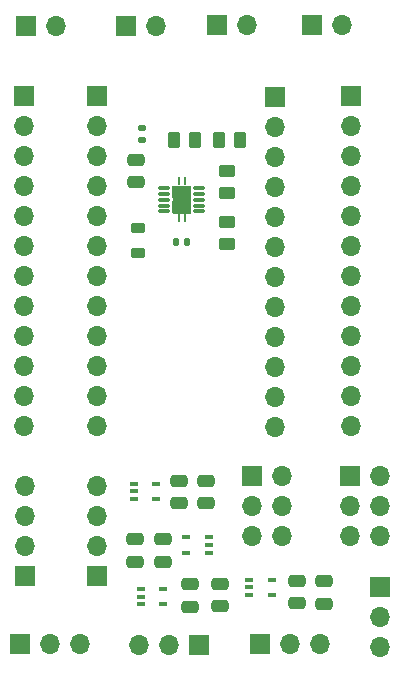
<source format=gbr>
%TF.GenerationSoftware,KiCad,Pcbnew,7.0.9-7.0.9~ubuntu22.04.1*%
%TF.CreationDate,2023-12-29T16:16:38+05:30*%
%TF.ProjectId,ulpLoRa_charge controller HAT,756c704c-6f52-4615-9f63-686172676520,rev?*%
%TF.SameCoordinates,Original*%
%TF.FileFunction,Soldermask,Top*%
%TF.FilePolarity,Negative*%
%FSLAX46Y46*%
G04 Gerber Fmt 4.6, Leading zero omitted, Abs format (unit mm)*
G04 Created by KiCad (PCBNEW 7.0.9-7.0.9~ubuntu22.04.1) date 2023-12-29 16:16:38*
%MOMM*%
%LPD*%
G01*
G04 APERTURE LIST*
G04 Aperture macros list*
%AMRoundRect*
0 Rectangle with rounded corners*
0 $1 Rounding radius*
0 $2 $3 $4 $5 $6 $7 $8 $9 X,Y pos of 4 corners*
0 Add a 4 corners polygon primitive as box body*
4,1,4,$2,$3,$4,$5,$6,$7,$8,$9,$2,$3,0*
0 Add four circle primitives for the rounded corners*
1,1,$1+$1,$2,$3*
1,1,$1+$1,$4,$5*
1,1,$1+$1,$6,$7*
1,1,$1+$1,$8,$9*
0 Add four rect primitives between the rounded corners*
20,1,$1+$1,$2,$3,$4,$5,0*
20,1,$1+$1,$4,$5,$6,$7,0*
20,1,$1+$1,$6,$7,$8,$9,0*
20,1,$1+$1,$8,$9,$2,$3,0*%
G04 Aperture macros list end*
%ADD10R,1.700000X1.700000*%
%ADD11O,1.700000X1.700000*%
%ADD12RoundRect,0.250000X0.450000X-0.262500X0.450000X0.262500X-0.450000X0.262500X-0.450000X-0.262500X0*%
%ADD13RoundRect,0.218750X0.381250X-0.218750X0.381250X0.218750X-0.381250X0.218750X-0.381250X-0.218750X0*%
%ADD14RoundRect,0.250000X0.475000X-0.250000X0.475000X0.250000X-0.475000X0.250000X-0.475000X-0.250000X0*%
%ADD15R,0.650000X0.400000*%
%ADD16RoundRect,0.250000X-0.475000X0.250000X-0.475000X-0.250000X0.475000X-0.250000X0.475000X0.250000X0*%
%ADD17RoundRect,0.250000X-0.450000X0.262500X-0.450000X-0.262500X0.450000X-0.262500X0.450000X0.262500X0*%
%ADD18RoundRect,0.140000X-0.170000X0.140000X-0.170000X-0.140000X0.170000X-0.140000X0.170000X0.140000X0*%
%ADD19RoundRect,0.140000X-0.140000X-0.170000X0.140000X-0.170000X0.140000X0.170000X-0.140000X0.170000X0*%
%ADD20RoundRect,0.250000X-0.262500X-0.450000X0.262500X-0.450000X0.262500X0.450000X-0.262500X0.450000X0*%
%ADD21RoundRect,0.070000X-0.140000X-0.140000X0.140000X-0.140000X0.140000X0.140000X-0.140000X0.140000X0*%
%ADD22O,0.990000X0.420000*%
%ADD23C,0.600000*%
%ADD24R,0.680000X1.050000*%
%ADD25R,0.260000X0.500000*%
%ADD26R,0.280000X0.700000*%
%ADD27R,1.650000X2.400000*%
G04 APERTURE END LIST*
D10*
%TO.C,J5*%
X147270534Y-114009339D03*
D11*
X144730534Y-114009339D03*
X142190534Y-114009339D03*
%TD*%
D10*
%TO.C,CON1*%
X151762929Y-99671787D03*
D11*
X154302929Y-99671787D03*
X151762929Y-102211787D03*
X154302929Y-102211787D03*
X151762929Y-104751787D03*
X154302929Y-104751787D03*
%TD*%
D12*
%TO.C,R3*%
X149604913Y-80014713D03*
X149604913Y-78189713D03*
%TD*%
D10*
%TO.C,J6*%
X132530232Y-108123377D03*
D11*
X132530232Y-105583377D03*
X132530232Y-103043377D03*
X132530232Y-100503377D03*
%TD*%
D10*
%TO.C,CON2*%
X160011064Y-99679755D03*
D11*
X162551064Y-99679755D03*
X160011064Y-102219755D03*
X162551064Y-102219755D03*
X160011064Y-104759755D03*
X162551064Y-104759755D03*
%TD*%
D13*
%TO.C,L1*%
X142113000Y-80797500D03*
X142113000Y-78672500D03*
%TD*%
D14*
%TO.C,C10*%
X141817050Y-106928314D03*
X141817050Y-105028314D03*
%TD*%
D10*
%TO.C,J15*%
X152400000Y-113898000D03*
D11*
X154940000Y-113898000D03*
X157480000Y-113898000D03*
%TD*%
D10*
%TO.C,J3*%
X132583000Y-61574000D03*
D11*
X135123000Y-61574000D03*
%TD*%
D10*
%TO.C,J2*%
X153667297Y-67605788D03*
D11*
X153667297Y-70145788D03*
X153667297Y-72685788D03*
X153667297Y-75225788D03*
X153667297Y-77765788D03*
X153667297Y-80305788D03*
X153667297Y-82845788D03*
X153667297Y-85385788D03*
X153667297Y-87925788D03*
X153667297Y-90465788D03*
X153667297Y-93005788D03*
X153667297Y-95545788D03*
%TD*%
D15*
%TO.C,U4*%
X141724106Y-100316507D03*
X141724106Y-100966507D03*
X141724106Y-101616507D03*
X143624106Y-101616507D03*
X143624106Y-100316507D03*
%TD*%
D16*
%TO.C,C9*%
X155527242Y-108570174D03*
X155527242Y-110470174D03*
%TD*%
D17*
%TO.C,R2*%
X149604913Y-73871713D03*
X149604913Y-75696713D03*
%TD*%
D18*
%TO.C,C3*%
X142464645Y-70243989D03*
X142464645Y-71203989D03*
%TD*%
D14*
%TO.C,C7*%
X144203402Y-106928314D03*
X144203402Y-105028314D03*
%TD*%
D19*
%TO.C,C1*%
X145314913Y-79864213D03*
X146274913Y-79864213D03*
%TD*%
D10*
%TO.C,J11*%
X148797981Y-61533420D03*
D11*
X151337981Y-61533420D03*
%TD*%
D16*
%TO.C,C6*%
X149022578Y-108820353D03*
X149022578Y-110720353D03*
%TD*%
D20*
%TO.C,R4*%
X148946413Y-71228213D03*
X150771413Y-71228213D03*
%TD*%
%TO.C,R1*%
X145136413Y-71228213D03*
X146961413Y-71228213D03*
%TD*%
D16*
%TO.C,C11*%
X146495766Y-108845371D03*
X146495766Y-110745371D03*
%TD*%
D10*
%TO.C,J8*%
X132450904Y-67546774D03*
D11*
X132450904Y-70086774D03*
X132450904Y-72626774D03*
X132450904Y-75166774D03*
X132450904Y-77706774D03*
X132450904Y-80246774D03*
X132450904Y-82786774D03*
X132450904Y-85326774D03*
X132450904Y-87866774D03*
X132450904Y-90406774D03*
X132450904Y-92946774D03*
X132450904Y-95486774D03*
%TD*%
D10*
%TO.C,J7*%
X160131044Y-67529767D03*
D11*
X160131044Y-70069767D03*
X160131044Y-72609767D03*
X160131044Y-75149767D03*
X160131044Y-77689767D03*
X160131044Y-80229767D03*
X160131044Y-82769767D03*
X160131044Y-85309767D03*
X160131044Y-87849767D03*
X160131044Y-90389767D03*
X160131044Y-92929767D03*
X160131044Y-95469767D03*
%TD*%
D10*
%TO.C,J4*%
X138666745Y-108130844D03*
D11*
X138666745Y-105590844D03*
X138666745Y-103050844D03*
X138666745Y-100510844D03*
%TD*%
D15*
%TO.C,U3*%
X142344151Y-109245227D03*
X142344151Y-109895227D03*
X142344151Y-110545227D03*
X144244151Y-110545227D03*
X144244151Y-109245227D03*
%TD*%
D16*
%TO.C,C8*%
X147853915Y-100081401D03*
X147853915Y-101981401D03*
%TD*%
%TO.C,C5*%
X157828893Y-108595191D03*
X157828893Y-110495191D03*
%TD*%
D15*
%TO.C,U5*%
X148070727Y-106174512D03*
X148070727Y-105524512D03*
X148070727Y-104874512D03*
X146170727Y-104874512D03*
X146170727Y-106174512D03*
%TD*%
D10*
%TO.C,J9*%
X156869645Y-61533479D03*
D11*
X159409645Y-61533479D03*
%TD*%
D16*
%TO.C,C4*%
X145612732Y-100100352D03*
X145612732Y-102000352D03*
%TD*%
D10*
%TO.C,J14*%
X132072747Y-113936329D03*
D11*
X134612747Y-113936329D03*
X137152747Y-113936329D03*
%TD*%
D10*
%TO.C,J12*%
X141056507Y-61553739D03*
D11*
X143596507Y-61553739D03*
%TD*%
D10*
%TO.C,J1*%
X138598418Y-67545362D03*
D11*
X138598418Y-70085362D03*
X138598418Y-72625362D03*
X138598418Y-75165362D03*
X138598418Y-77705362D03*
X138598418Y-80245362D03*
X138598418Y-82785362D03*
X138598418Y-85325362D03*
X138598418Y-87865362D03*
X138598418Y-90405362D03*
X138598418Y-92945362D03*
X138598418Y-95485362D03*
%TD*%
D21*
%TO.C,U1*%
X144038913Y-75282213D03*
D22*
X144323913Y-75282213D03*
D21*
X144038913Y-75782213D03*
D22*
X144323913Y-75782213D03*
D21*
X144038913Y-76282213D03*
D22*
X144323913Y-76282213D03*
D21*
X144038913Y-76782213D03*
D22*
X144323913Y-76782213D03*
D21*
X144038913Y-77282213D03*
D22*
X144323913Y-77282213D03*
X147273913Y-77282213D03*
D21*
X147558913Y-77282213D03*
D22*
X147273913Y-76782213D03*
D21*
X147558913Y-76782213D03*
D22*
X147273913Y-76282213D03*
D21*
X147558913Y-76282213D03*
D22*
X147273913Y-75782213D03*
D21*
X147558913Y-75782213D03*
D22*
X147273913Y-75282213D03*
D21*
X147558913Y-75282213D03*
D23*
X145298913Y-75532213D03*
X145298913Y-77032213D03*
D24*
X145348913Y-75647213D03*
X145348913Y-76917213D03*
D25*
X145548913Y-74652213D03*
D26*
X145548913Y-74732213D03*
X145548913Y-77832213D03*
D25*
X145548913Y-77912213D03*
D23*
X145798913Y-76282213D03*
D27*
X145798913Y-76282213D03*
D25*
X146048913Y-74652213D03*
D26*
X146048913Y-74732213D03*
X146048913Y-77832213D03*
D25*
X146048913Y-77912213D03*
D24*
X146248913Y-75647213D03*
X146248913Y-76917213D03*
D23*
X146298913Y-75532213D03*
X146298913Y-77032213D03*
%TD*%
D14*
%TO.C,C2*%
X141942500Y-74829682D03*
X141942500Y-72929682D03*
%TD*%
D15*
%TO.C,U2*%
X151524372Y-108444653D03*
X151524372Y-109094653D03*
X151524372Y-109744653D03*
X153424372Y-109744653D03*
X153424372Y-108444653D03*
%TD*%
D10*
%TO.C,J13*%
X162560000Y-109072000D03*
D11*
X162560000Y-111612000D03*
X162560000Y-114152000D03*
%TD*%
M02*

</source>
